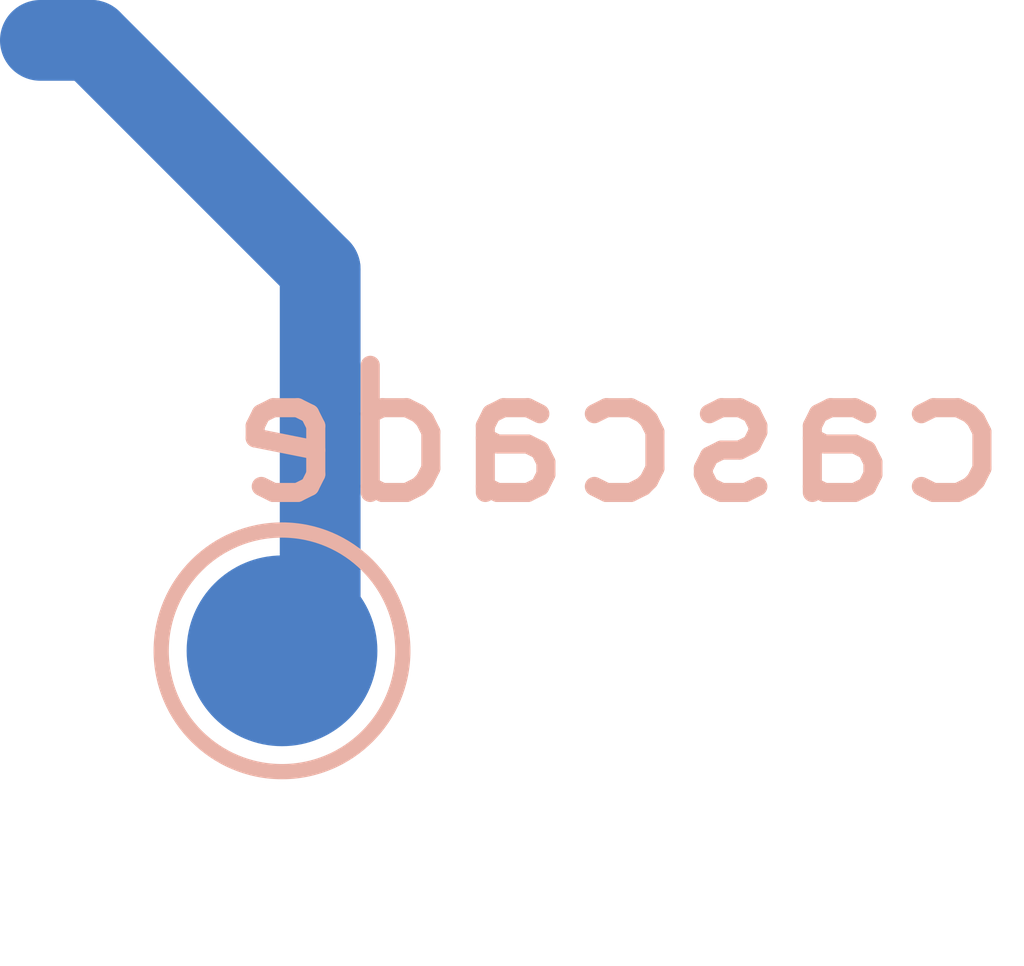
<source format=kicad_pcb>
(kicad_pcb (version 20171130) (host pcbnew "(5.1.9-0-10_14)")

  (general
    (thickness 1.6)
    (drawings 1)
    (tracks 4)
    (zones 0)
    (modules 1)
    (nets 2)
  )

  (page A4)
  (layers
    (0 F.Cu signal)
    (31 B.Cu signal)
    (32 B.Adhes user)
    (33 F.Adhes user)
    (34 B.Paste user)
    (35 F.Paste user)
    (36 B.SilkS user)
    (37 F.SilkS user)
    (38 B.Mask user)
    (39 F.Mask user)
    (40 Dwgs.User user)
    (41 Cmts.User user)
    (42 Eco1.User user)
    (43 Eco2.User user)
    (44 Edge.Cuts user)
    (45 Margin user)
    (46 B.CrtYd user hide)
    (47 F.CrtYd user hide)
    (48 B.Fab user hide)
    (49 F.Fab user hide)
  )

  (setup
    (last_trace_width 0.1524)
    (user_trace_width 0.1524)
    (user_trace_width 0.254)
    (user_trace_width 0.4064)
    (user_trace_width 0.635)
    (trace_clearance 0.1524)
    (zone_clearance 0.508)
    (zone_45_only no)
    (trace_min 0.1524)
    (via_size 0.6858)
    (via_drill 0.3048)
    (via_min_size 0.6858)
    (via_min_drill 0.3048)
    (uvia_size 0.3048)
    (uvia_drill 0.1524)
    (uvias_allowed no)
    (uvia_min_size 0.2)
    (uvia_min_drill 0.1)
    (edge_width 0.15)
    (segment_width 0.2)
    (pcb_text_width 0.3)
    (pcb_text_size 1.5 1.5)
    (mod_edge_width 0.15)
    (mod_text_size 1 1)
    (mod_text_width 0.15)
    (pad_size 2 1.3)
    (pad_drill 1.3)
    (pad_to_mask_clearance 0.2)
    (aux_axis_origin 0 0)
    (visible_elements FFFFFF7F)
    (pcbplotparams
      (layerselection 0x010fc_ffffffff)
      (usegerberextensions false)
      (usegerberattributes false)
      (usegerberadvancedattributes false)
      (creategerberjobfile false)
      (excludeedgelayer true)
      (linewidth 0.100000)
      (plotframeref false)
      (viasonmask false)
      (mode 1)
      (useauxorigin false)
      (hpglpennumber 1)
      (hpglpenspeed 20)
      (hpglpendiameter 15.000000)
      (psnegative false)
      (psa4output false)
      (plotreference true)
      (plotvalue true)
      (plotinvisibletext false)
      (padsonsilk false)
      (subtractmaskfromsilk false)
      (outputformat 1)
      (mirror false)
      (drillshape 1)
      (scaleselection 1)
      (outputdirectory ""))
  )

  (net 0 "")
  (net 1 "Net-(J1-PadT)")

  (net_class Default "This is the default net class."
    (clearance 0.1524)
    (trace_width 0.1524)
    (via_dia 0.6858)
    (via_drill 0.3048)
    (uvia_dia 0.3048)
    (uvia_drill 0.1524)
    (diff_pair_width 0.1524)
    (diff_pair_gap 0.1524)
    (add_net "Net-(J1-PadT)")
  )

  (module TestPoint:TestPoint_Pad_D1.5mm (layer B.Cu) (tedit 5A0F774F) (tstamp 60BC93E3)
    (at 1.9 1.8)
    (descr "SMD pad as test Point, diameter 1.5mm")
    (tags "test point SMD pad")
    (path /60BC9738)
    (attr virtual)
    (fp_text reference TP2 (at 0 1.648) (layer B.SilkS) hide
      (effects (font (size 1 1) (thickness 0.15)) (justify mirror))
    )
    (fp_text value TestPoint (at 0 -1.75) (layer B.Fab)
      (effects (font (size 1 1) (thickness 0.15)) (justify mirror))
    )
    (fp_circle (center 0 0) (end 0 -0.95) (layer B.SilkS) (width 0.12))
    (fp_circle (center 0 0) (end 1.25 0) (layer B.CrtYd) (width 0.05))
    (fp_text user %R (at 0 1.65) (layer B.Fab)
      (effects (font (size 1 1) (thickness 0.15)) (justify mirror))
    )
    (pad 1 smd circle (at 0 0) (size 1.5 1.5) (layers B.Cu B.Mask)
      (net 1 "Net-(J1-PadT)"))
  )

  (gr_text cascade (at 1.4 0.1) (layer B.SilkS) (tstamp 60BC9433)
    (effects (font (size 1 1) (thickness 0.15)) (justify right mirror))
  )

  (segment (start 2.2 1.5) (end 1.9 1.8) (width 0.635) (layer B.Cu) (net 1))
  (segment (start 2.2 -1.2) (end 2.2 1.5) (width 0.635) (layer B.Cu) (net 1))
  (segment (start 0.4 -3) (end 2.2 -1.2) (width 0.635) (layer B.Cu) (net 1))
  (segment (start 0 -3) (end 0.4 -3) (width 0.635) (layer B.Cu) (net 1))

)

</source>
